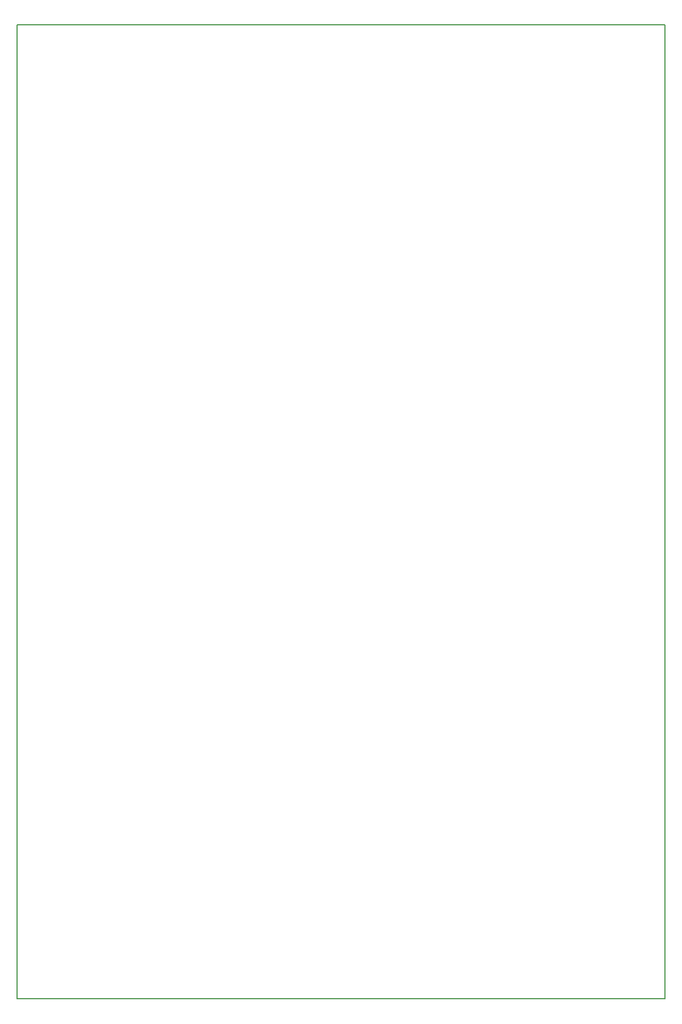
<source format=gm1>
G04 MADE WITH FRITZING*
G04 WWW.FRITZING.ORG*
G04 DOUBLE SIDED*
G04 HOLES PLATED*
G04 CONTOUR ON CENTER OF CONTOUR VECTOR*
%ASAXBY*%
%FSLAX23Y23*%
%MOIN*%
%OFA0B0*%
%SFA1.0B1.0*%
%ADD10R,3.937010X5.905520*%
%ADD11C,0.008000*%
%ADD10C,0.008*%
%LNCONTOUR*%
G90*
G70*
G54D10*
G54D11*
X4Y5902D02*
X3933Y5902D01*
X3933Y4D01*
X4Y4D01*
X4Y5902D01*
D02*
G04 End of contour*
M02*
</source>
